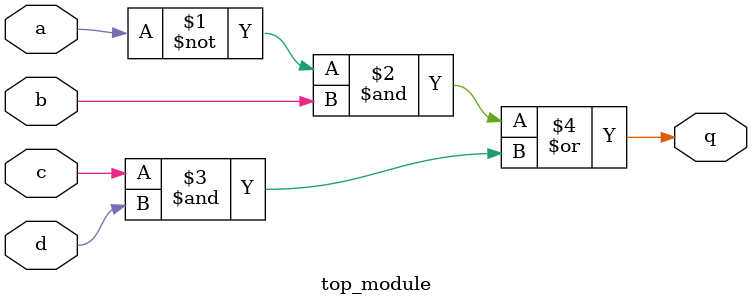
<source format=sv>
module top_module (
  input a, 
  input b, 
  input c, 
  input d,
  output q
);

  assign q = (~a & b) | (c & d);
endmodule

</source>
